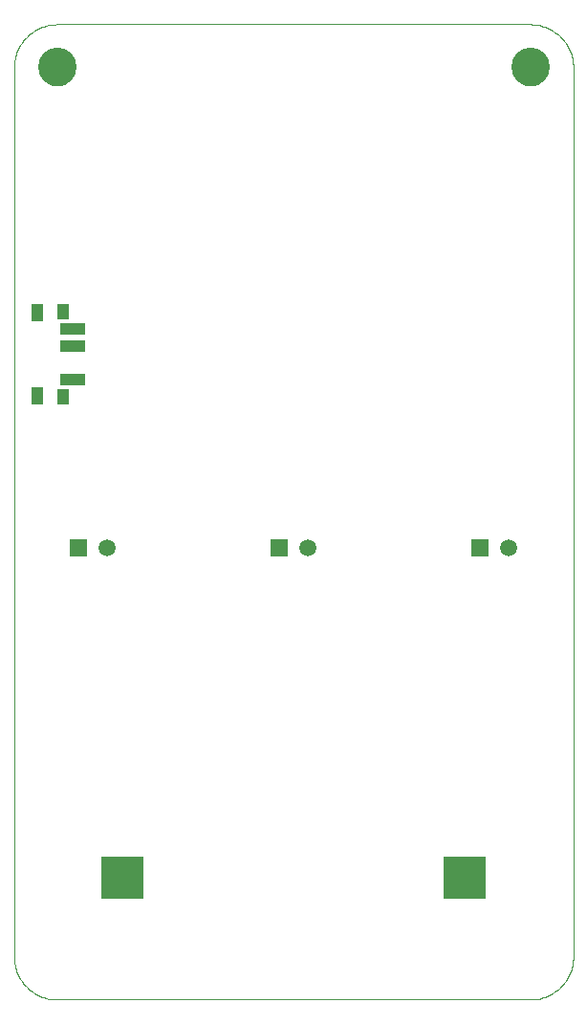
<source format=gbs>
G75*
G70*
%OFA0B0*%
%FSLAX24Y24*%
%IPPOS*%
%LPD*%
%AMOC8*
5,1,8,0,0,1.08239X$1,22.5*
%
%ADD10C,0.0000*%
%ADD11C,0.1340*%
%ADD12R,0.0867X0.0395*%
%ADD13R,0.0395X0.0552*%
%ADD14R,0.0395X0.0631*%
%ADD15R,0.1497X0.1497*%
%ADD16R,0.0595X0.0595*%
%ADD17C,0.0595*%
D10*
X000655Y002155D02*
X000655Y033155D01*
X001525Y033155D02*
X001527Y033205D01*
X001533Y033255D01*
X001543Y033304D01*
X001557Y033352D01*
X001574Y033399D01*
X001595Y033444D01*
X001620Y033488D01*
X001648Y033529D01*
X001680Y033568D01*
X001714Y033605D01*
X001751Y033639D01*
X001791Y033669D01*
X001833Y033696D01*
X001877Y033720D01*
X001923Y033741D01*
X001970Y033757D01*
X002018Y033770D01*
X002068Y033779D01*
X002117Y033784D01*
X002168Y033785D01*
X002218Y033782D01*
X002267Y033775D01*
X002316Y033764D01*
X002364Y033749D01*
X002410Y033731D01*
X002455Y033709D01*
X002498Y033683D01*
X002539Y033654D01*
X002578Y033622D01*
X002614Y033587D01*
X002646Y033549D01*
X002676Y033509D01*
X002703Y033466D01*
X002726Y033422D01*
X002745Y033376D01*
X002761Y033328D01*
X002773Y033279D01*
X002781Y033230D01*
X002785Y033180D01*
X002785Y033130D01*
X002781Y033080D01*
X002773Y033031D01*
X002761Y032982D01*
X002745Y032934D01*
X002726Y032888D01*
X002703Y032844D01*
X002676Y032801D01*
X002646Y032761D01*
X002614Y032723D01*
X002578Y032688D01*
X002539Y032656D01*
X002498Y032627D01*
X002455Y032601D01*
X002410Y032579D01*
X002364Y032561D01*
X002316Y032546D01*
X002267Y032535D01*
X002218Y032528D01*
X002168Y032525D01*
X002117Y032526D01*
X002068Y032531D01*
X002018Y032540D01*
X001970Y032553D01*
X001923Y032569D01*
X001877Y032590D01*
X001833Y032614D01*
X001791Y032641D01*
X001751Y032671D01*
X001714Y032705D01*
X001680Y032742D01*
X001648Y032781D01*
X001620Y032822D01*
X001595Y032866D01*
X001574Y032911D01*
X001557Y032958D01*
X001543Y033006D01*
X001533Y033055D01*
X001527Y033105D01*
X001525Y033155D01*
X000655Y033155D02*
X000657Y033231D01*
X000663Y033307D01*
X000672Y033382D01*
X000686Y033457D01*
X000703Y033531D01*
X000724Y033604D01*
X000748Y033676D01*
X000777Y033747D01*
X000808Y033816D01*
X000843Y033883D01*
X000882Y033948D01*
X000924Y034012D01*
X000969Y034073D01*
X001017Y034132D01*
X001068Y034188D01*
X001122Y034242D01*
X001178Y034293D01*
X001237Y034341D01*
X001298Y034386D01*
X001362Y034428D01*
X001427Y034467D01*
X001494Y034502D01*
X001563Y034533D01*
X001634Y034562D01*
X001706Y034586D01*
X001779Y034607D01*
X001853Y034624D01*
X001928Y034638D01*
X002003Y034647D01*
X002079Y034653D01*
X002155Y034655D01*
X018655Y034655D01*
X018025Y033155D02*
X018027Y033205D01*
X018033Y033255D01*
X018043Y033304D01*
X018057Y033352D01*
X018074Y033399D01*
X018095Y033444D01*
X018120Y033488D01*
X018148Y033529D01*
X018180Y033568D01*
X018214Y033605D01*
X018251Y033639D01*
X018291Y033669D01*
X018333Y033696D01*
X018377Y033720D01*
X018423Y033741D01*
X018470Y033757D01*
X018518Y033770D01*
X018568Y033779D01*
X018617Y033784D01*
X018668Y033785D01*
X018718Y033782D01*
X018767Y033775D01*
X018816Y033764D01*
X018864Y033749D01*
X018910Y033731D01*
X018955Y033709D01*
X018998Y033683D01*
X019039Y033654D01*
X019078Y033622D01*
X019114Y033587D01*
X019146Y033549D01*
X019176Y033509D01*
X019203Y033466D01*
X019226Y033422D01*
X019245Y033376D01*
X019261Y033328D01*
X019273Y033279D01*
X019281Y033230D01*
X019285Y033180D01*
X019285Y033130D01*
X019281Y033080D01*
X019273Y033031D01*
X019261Y032982D01*
X019245Y032934D01*
X019226Y032888D01*
X019203Y032844D01*
X019176Y032801D01*
X019146Y032761D01*
X019114Y032723D01*
X019078Y032688D01*
X019039Y032656D01*
X018998Y032627D01*
X018955Y032601D01*
X018910Y032579D01*
X018864Y032561D01*
X018816Y032546D01*
X018767Y032535D01*
X018718Y032528D01*
X018668Y032525D01*
X018617Y032526D01*
X018568Y032531D01*
X018518Y032540D01*
X018470Y032553D01*
X018423Y032569D01*
X018377Y032590D01*
X018333Y032614D01*
X018291Y032641D01*
X018251Y032671D01*
X018214Y032705D01*
X018180Y032742D01*
X018148Y032781D01*
X018120Y032822D01*
X018095Y032866D01*
X018074Y032911D01*
X018057Y032958D01*
X018043Y033006D01*
X018033Y033055D01*
X018027Y033105D01*
X018025Y033155D01*
X018655Y034655D02*
X018731Y034653D01*
X018807Y034647D01*
X018882Y034638D01*
X018957Y034624D01*
X019031Y034607D01*
X019104Y034586D01*
X019176Y034562D01*
X019247Y034533D01*
X019316Y034502D01*
X019383Y034467D01*
X019448Y034428D01*
X019512Y034386D01*
X019573Y034341D01*
X019632Y034293D01*
X019688Y034242D01*
X019742Y034188D01*
X019793Y034132D01*
X019841Y034073D01*
X019886Y034012D01*
X019928Y033948D01*
X019967Y033883D01*
X020002Y033816D01*
X020033Y033747D01*
X020062Y033676D01*
X020086Y033604D01*
X020107Y033531D01*
X020124Y033457D01*
X020138Y033382D01*
X020147Y033307D01*
X020153Y033231D01*
X020155Y033155D01*
X020155Y002155D01*
X020153Y002079D01*
X020147Y002003D01*
X020138Y001928D01*
X020124Y001853D01*
X020107Y001779D01*
X020086Y001706D01*
X020062Y001634D01*
X020033Y001563D01*
X020002Y001494D01*
X019967Y001427D01*
X019928Y001362D01*
X019886Y001298D01*
X019841Y001237D01*
X019793Y001178D01*
X019742Y001122D01*
X019688Y001068D01*
X019632Y001017D01*
X019573Y000969D01*
X019512Y000924D01*
X019448Y000882D01*
X019383Y000843D01*
X019316Y000808D01*
X019247Y000777D01*
X019176Y000748D01*
X019104Y000724D01*
X019031Y000703D01*
X018957Y000686D01*
X018882Y000672D01*
X018807Y000663D01*
X018731Y000657D01*
X018655Y000655D01*
X002155Y000655D01*
X002079Y000657D01*
X002003Y000663D01*
X001928Y000672D01*
X001853Y000686D01*
X001779Y000703D01*
X001706Y000724D01*
X001634Y000748D01*
X001563Y000777D01*
X001494Y000808D01*
X001427Y000843D01*
X001362Y000882D01*
X001298Y000924D01*
X001237Y000969D01*
X001178Y001017D01*
X001122Y001068D01*
X001068Y001122D01*
X001017Y001178D01*
X000969Y001237D01*
X000924Y001298D01*
X000882Y001362D01*
X000843Y001427D01*
X000808Y001494D01*
X000777Y001563D01*
X000748Y001634D01*
X000724Y001706D01*
X000703Y001779D01*
X000686Y001853D01*
X000672Y001928D01*
X000663Y002003D01*
X000657Y002079D01*
X000655Y002155D01*
D11*
X002155Y033155D03*
X018655Y033155D03*
D12*
X002693Y024041D03*
X002693Y023450D03*
X002693Y022269D03*
D13*
X002358Y021679D03*
X002358Y024631D03*
D14*
X001452Y024592D03*
X001452Y021718D03*
D15*
X004441Y004905D03*
X016370Y004905D03*
D16*
X016905Y016405D03*
X009905Y016405D03*
X002905Y016405D03*
D17*
X003905Y016405D03*
X010905Y016405D03*
X017905Y016405D03*
M02*

</source>
